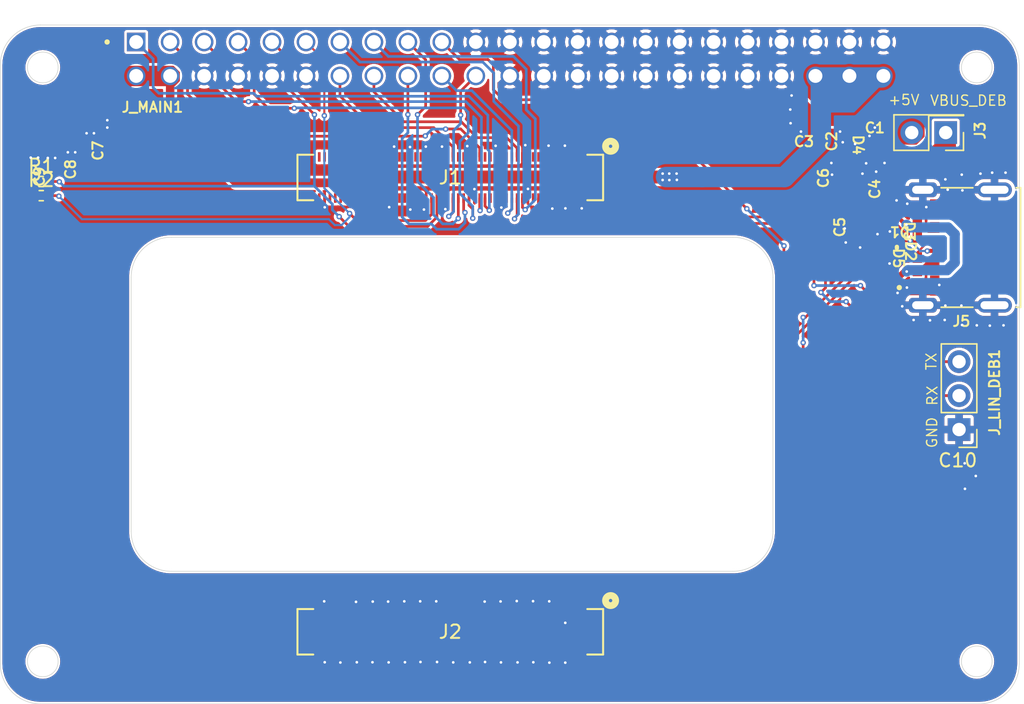
<source format=kicad_pcb>
(kicad_pcb (version 20240108) (generator "pcbnew") (generator_version "8.0")
  (layers (0 "F.Cu" signal) (31 "B.Cu" signal) (34 "B.Paste" user) (35 "F.Paste" user) (36 "B.SilkS" user "B.Silkscreen") (37 "F.SilkS" user "F.Silkscreen") (38 "B.Mask" user) (39 "F.Mask" user) (44 "Edge.Cuts" user))
  (net 0 "")
  (net 1 "GND")
  (net 2 "+5V")
  (net 6 "/I2C_EE_M2_SCL")
  (net 9 "/GPIOX_6")
  (net 10 "/GPIOA_1")
  (net 12 "/GPIOA_4")
  (net 13 "/GPIOA_3")
  (net 17 "+1V8")
  (net 19 "/LINUX_Debug_RX")
  (net 21 "/GPIOA_5")
  (net 24 "/LINUX_Debug_TX")
  (net 32 "/TDMA_D1")
  (net 33 "/GPIOA_7")
  (net 35 "/I2C_EE_M2_SDA")
  (net 37 "/TDMA_SCLK")
  (net 41 "/TDMA_D0")
  (net 44 "/GPIOA_2")
  (net 50 "/GPIOA_9")
  (net 56 "/GPIOA_6")
  (net 64 "/TDMA_FS")
  (net 68 "/CPU_RST")
  (net 73 "/GPIOX_7")
  (net 78 "/GPIOA_8")
  (net 92 "/USBOTG_B_DP")
  (net 94 "/USB3_TX_N")
  (net 95 "/USB3_RX_P")
  (net 104 "/USB_A_DP")
  (net 105 "/USBOTG_B_ID")
  (net 127 "/USB_A_DM")
  (net 129 "/USB3_TX_P")
  (net 131 "/USB3_RX_N")
  (net 135 "/USBOTG_B_DM")
  (net 146 "/VBUS_DEBUG")
  (footprint "Connector_PinHeader_2.54mm:PinHeader_1x03_P2.54mm_Vertical" (layer "F.Cu") (at 33.6 4.875 180)
    (property "Reference" "J_LIN_DEB1")
    (property "Value" "Conn_01x03")
  )
  (footprint "speaker_global_library:SOD-523" (layer "F.Cu") (at 28.95 -11.4 90)
    (property "Reference" "D1")
    (property "Value" "~")
  )
  (footprint "speaker_global_library:C_0402_1005Metric" (layer "F.Cu") (at 33.5 8.34)
    (property "Reference" "C10")
    (property "Value" "1nF")
  )
  (footprint "speaker_global_library:C_0402_1005Metric" (layer "F.Cu") (at -31.05 -19.075 -90)
    (property "Reference" "C7")
    (property "Value" "100nF")
  )
  (footprint "speaker_global_library:C_0402_1005Metric" (layer "F.Cu") (at 27.3 -18.975 -90)
    (property "Reference" "C1")
    (property "Value" "100nF")
  )
  (footprint "speaker_global_library:AMPHENOL_10152803-00011LF" (layer "F.Cu") (at 36.25 -8.75 90)
    (property "Reference" "J5")
    (property "Value" "10152803-00011LF")
  )
  (footprint "speaker_global_library:C_0805_2012Metric" (layer "F.Cu") (at 22.925 -18.625 180)
    (property "Reference" "C3")
    (property "Value" "22uF")
  )
  (footprint "speaker_global_library:CONN_DF40HC-100DS_HIR_v1_1" (layer "F.Cu") (at -4.45 -13.989999)
    (property "Reference" "J1")
    (property "Value" "~")
  )
  (footprint "speaker_global_library:C_0603_1608Metric" (layer "F.Cu") (at 25.775 -18.3 -90)
    (property "Reference" "C2")
    (property "Value" "1uF")
  )
  (footprint "speaker_global_library:SOD-523" (layer "F.Cu") (at 28.95 -6.15 -90)
    (property "Reference" "D5")
    (property "Value" "~")
  )
  (footprint "speaker_global_library:C_0603_1608Metric" (layer "F.Cu") (at -33 -17.725 -90)
    (property "Reference" "C8")
    (property "Value" "1uF")
  )
  (footprint "speaker_global_library:CONN_DF40HC-100DS_HIR_v1_1" (layer "F.Cu") (at -4.45 20.010001)
    (property "Reference" "J2")
    (property "Value" "	")
  )
  (footprint "Package_SON:Texas_DPY0002A_0.6x1mm_P0.65mm" (layer "F.Cu") (at 28.95 -9.6 90)
    (property "Reference" "D3")
    (property "Value" "~")
  )
  (footprint "speaker_global_library:C_0402_1005Metric" (layer "F.Cu") (at 27.5 -11 -90)
    (property "Reference" "C4")
    (property "Value" "100nF")
  )
  (footprint "Package_SON:Texas_DPY0002A_0.6x1mm_P0.65mm" (layer "F.Cu") (at 28.95 -7.9 -90)
    (property "Reference" "D2")
    (property "Value" "~")
  )
  (footprint "speaker_global_library:C_0805_2012Metric" (layer "F.Cu") (at 25.25 -14.1 90)
    (property "Reference" "C6")
    (property "Value" "22uF")
  )
  (footprint "Resistor_SMD:R_0402_1005Metric" (layer "F.Cu") (at -35.04 -12.63)
    (property "Reference" "R2")
    (property "Value" "4.7k")
  )
  (footprint "Resistor_SMD:R_0402_1005Metric" (layer "F.Cu") (at -35.04 -13.69)
    (property "Reference" "R1")
    (property "Value" "4.7k")
  )
  (footprint "speaker_global_library:C_0603_1608Metric" (layer "F.Cu") (at 26.15 -10.55 -90)
    (property "Reference" "C5")
    (property "Value" "1uF")
  )
  (footprint "Connector_PinHeader_2.54mm:PinHeader_2x01_P2.54mm_Vertical" (layer "F.Cu") (at 32.6 -17.35 180)
    (property "Reference" "J3")
    (property "Value" "Conn_01x02")
  )
  (footprint "speaker_global_library:SOD-523" (layer "F.Cu") (at 27.4 -15.425 -90)
    (property "Reference" "D4")
    (property "Value" "~")
  )
  (footprint "speaker_global_library:SAMTEC_SSW-123-01-T-D" (layer "F.Cu") (at 0 -22.86 180)
    (property "Reference" "J_MAIN1")
    (property "Value" "CONN_2x23PIN")
  )
  (footprint "speaker_global_library:C_0805_2012Metric" (layer "F.Cu") (at -35.2 -17.575 -90)
    (property "Reference" "C9")
    (property "Value" "22uF")
  )
  (gr_rect (start 28.309511 -5.916441) (end 31.6 -5.179783) (fill solid) (layer "F.Cu") (net 1))
  (gr_poly (pts (xy -9.81149 -15.01149) (xy -9.2 -14.4) (xy -10.1 -14.4) (xy -10.1 -14.55)) (fill solid) (layer "F.Cu") (net 2))
  (gr_poly (pts (xy -11.950569 -13.816808) (xy -11.555688 -13.421927) (xy -10.02056 -13.421927) (xy -9.749561 -13.692926) (xy -9.749561 -15.880608) (xy -9.968953 -16.1) (xy -11.766309 -16.1) (xy -11.950569 -15.91574)) (fill solid) (layer "F.Cu") (net 2))
  (gr_poly (pts (xy 21.85 -22.25) (xy 22.15 -22.55) (xy 28.45 -22.55) (xy 28.95 -22.05) (xy 28.95 -20.6) (xy 27.5 -19.15) (xy 23.1 -19.15) (xy 21.85 -20.4)) (fill solid) (layer "F.Cu") (net 2))
  (gr_poly (pts (xy 28.95 -22.05) (xy 31.025 -19.975) (xy 31.025 -17.05) (xy 30.425 -16.45) (xy 28.575 -16.45) (xy 27.725 -15.6) (xy 27.125 -15.6) (xy 26.95 -15.775) (xy 26.95 -16.1) (xy 27.825 -16.975) (xy 27.825 -21.525) (xy 28.35 -22.05)) (stroke (width 0.0001)) (fill solid) (layer "F.Cu") (net 2))
  (gr_poly (pts (xy -11.747553 -12.091806) (xy -11.747553 -13.204164) (xy -12.459767 -13.916378) (xy -13.716378 -13.916378) (xy -13.9 -13.91) (xy -13.9 -13.275075) (xy -13.891791 -13.266866) (xy -12.566866 -13.266866) (xy -12.350099 -13.050099) (xy -12.350099 -12.167306) (xy -12.27716 -12.094367) (xy -11.905633 -12.094367) (xy -11.9 -12.1) (xy -11.891806 -12.091806)) (fill solid) (layer "F.Cu") (net 17))
  (gr_poly (pts (xy 23.1 -19.15) (xy 23.1 -18.275) (xy 23.525 -17.85) (xy 24.4 -17.85) (xy 25.125 -18.575) (xy 26.125 -18.575) (xy 26.925 -19.375) (xy 23.325 -19.375)) (fill solid) (layer "F.Cu") (net 2))
  (gr_poly (pts (xy 24.3 -13.325) (xy 24.625 -13.65) (xy 29.403135 -13.65) (xy 28.3 -12.35) (xy 28.3 -11.65) (xy 28.7 -11.2) (xy 28.7 -10.9) (xy 28.6 -10.8) (xy 28.15 -10.8) (xy 27.75 -11.2) (xy 26.85 -11.2) (xy 26.5 -10.85) (xy 25.4 -10.85) (xy 24.3 -11.95)) (stroke (width 0.00001)) (fill solid) (layer "F.Cu") (net 146))
  (gr_poly (pts (xy -30.95 -19.875) (xy -28.475 -22.35) (xy -25.15 -22.35) (xy -24.675 -21.875) (xy -24.675 -21.2) (xy -25.05 -20.825) (xy -28.275 -20.825) (xy -29.825 -19.275) (xy -31.525 -19.275) (xy -32.075 -18.725) (xy -32.075 -18.6) (xy -32.675 -18) (xy -35.8 -18) (xy -36.05 -18.25) (xy -36.05 -19.4) (xy -35.575 -19.875)) (fill solid) (layer "F.Cu") (net 17))
  (gr_poly (pts (xy 27.6 -20.7) (xy 25.75 -18.85) (xy 23.25 -18.85) (xy 23.25 -20.25) (xy 23.9 -20.9) (xy 27.4 -20.9)) (fill solid) (layer "B.Cu") (net 2))
  (gr_circle (center 34.925 -22.225) (end 36.075 -22.225) (stroke (width 0.05)) (fill none) (layer "Edge.Cuts"))
  (gr_circle (center 34.925 22.225) (end 36.075 22.225) (stroke (width 0.05)) (fill none) (layer "Edge.Cuts"))
  (gr_circle (center -34.925 -22.225) (end -33.775 -22.225) (stroke (width 0.05)) (fill none) (layer "Edge.Cuts"))
  (gr_arc (start -35.1 25.4) (mid -37.22132 24.52132) (end -38.1 22.4) (stroke (width 0.05)) (layer "Edge.Cuts"))
  (gr_line (start 19.6834 -6.517099) (end 19.6834 12.482901) (stroke (width 0.05)) (layer "Edge.Cuts"))
  (gr_line (start 35.1 25.4) (end -35.1 25.4) (stroke (width 0.05)) (layer "Edge.Cuts"))
  (gr_arc (start -38.1 -22.4) (mid -37.22132 -24.52132) (end -35.1 -25.4) (stroke (width 0.05)) (layer "Edge.Cuts"))
  (gr_circle (center -34.925 22.225) (end -33.775 22.225) (stroke (width 0.05)) (fill none) (layer "Edge.Cuts"))
  (gr_line (start 16.6834 15.482901) (end -25.3166 15.482901) (stroke (width 0.05)) (layer "Edge.Cuts"))
  (gr_arc (start 38.1 22.4) (mid 37.22132 24.52132) (end 35.1 25.4) (stroke (width 0.05)) (layer "Edge.Cuts"))
  (gr_line (start -38.1 22.4) (end -38.1 -22.4) (stroke (width 0.05)) (layer "Edge.Cuts"))
  (gr_line (start -25.3166 -9.517099) (end 16.6834 -9.517099) (stroke (width 0.05)) (layer "Edge.Cuts"))
  (gr_line (start -35.1 -25.4) (end 35.1 -25.4) (stroke (width 0.05)) (layer "Edge.Cuts"))
  (gr_arc (start 19.6834 12.482901) (mid 18.80472 14.604221) (end 16.6834 15.482901) (stroke (width 0.05)) (layer "Edge.Cuts"))
  (gr_line (start -28.3166 12.482901) (end -28.3166 -6.517099) (stroke (width 0.05)) (layer "Edge.Cuts"))
  (gr_arc (start -25.3166 15.482901) (mid -27.43792 14.604221) (end -28.3166 12.482901) (stroke (width 0.05)) (layer "Edge.Cuts"))
  (gr_arc (start -28.3166 -6.517099) (mid -27.43792 -8.638419) (end -25.3166 -9.517099) (stroke (width 0.05)) (layer "Edge.Cuts"))
  (gr_arc (start 35.1 -25.4) (mid 37.22132 -24.52132) (end 38.1 -22.4) (stroke (width 0.05)) (layer "Edge.Cuts"))
  (gr_arc (start 16.6834 -9.517099) (mid 18.80472 -8.638419) (end 19.6834 -6.517099) (stroke (width 0.05)) (layer "Edge.Cuts"))
  (gr_line (start 38.1 -22.4) (end 38.1 22.4) (stroke (width 0.05)) (layer "Edge.Cuts"))
  (gr_text "+5V\n" (at 28.25 -19.35 0) (layer "F.SilkS") (effects (font (size 0.762 0.762) (thickness 0.1)) (justify left bottom)))
  (gr_text "VBUS_DEB\n" (at 31.375 -19.3 0) (layer "F.SilkS") (effects (font (size 0.762 0.762) (thickness 0.1)) (justify left bottom)))
  (gr_text "RX" (at 32.05 3.15 90) (layer "F.SilkS") (effects (font (size 0.762 0.762) (thickness 0.1)) (justify left bottom)))
  (gr_text "GND\n" (at 32.025 6.325 90) (layer "F.SilkS") (effects (font (size 0.762 0.762) (thickness 0.1)) (justify left bottom)))
  (gr_text "TX" (at 31.975 0.5 90) (layer "F.SilkS") (effects (font (size 0.762 0.762) (thickness 0.1)) (justify left bottom)))
  (segment (start 30.48 -11.75) (end 31.68 -11.75) (width 0.3048) (layer "F.Cu") (net 1))
  (segment (start 31.68 -5.75) (end 31.78 -5.65) (width 0.1524) (layer "F.Cu") (net 1))
  (segment (start -6.42 -11.59) (end -6.454016 -11.624016) (width 0.2) (layer "F.Cu") (net 1))
  (segment (start 31.68 -11.75) (end 31.78 -11.85) (width 0.1524) (layer "F.Cu") (net 1))
  (segment (start 30.48 -5.75) (end 31.68 -5.75) (width 0.3048) (layer "F.Cu") (net 1))
  (via (at 33.85 -13.025) (size 0.4) (drill 0.2) (layers "F.Cu" "B.Cu") (net 1))
  (via (at -35.825 -15.475) (size 0.4) (drill 0.2) (layers "F.Cu" "B.Cu") (net 1))
  (via (at 2.96 22.32) (size 0.4) (drill 0.2) (layers "F.Cu" "B.Cu") (net 1))
  (via (at -13.84 22.29) (size 0.4) (drill 0.2) (layers "F.Cu" "B.Cu") (net 1))
  (via (at 28.4 -7.55) (size 0.4) (drill 0.2) (layers "F.Cu" "B.Cu") (net 1))
  (via (at -5.5 17.73) (size 0.4) (drill 0.2) (layers "F.Cu" "B.Cu") (net 1))
  (via (at 27.5 -9.75) (size 0.4) (drill 0.2) (layers "F.Cu" "B.Cu") (net 1))
  (via (at 24.9 -16.625) (size 0.4) (drill 0.2) (layers "F.Cu" "B.Cu") (net 1))
  (via (at -0.63 -11.74) (size 0.4) (drill 0.2) (layers "F.Cu" "B.Cu") (net 1))
  (via (at 35.9 -2.9) (size 0.4) (drill 0.2) (layers "F.Cu" "B.Cu") (net 1))
  (via (at -31.65 -17.3) (size 0.4) (drill 0.2) (layers "F.Cu" "B.Cu") (net 1))
  (via (at 25.05 -10.175) (size 0.4) (drill 0.2) (layers "F.Cu" "B.Cu") (net 1))
  (via (at -13.84 -11.76) (size 0.4) (drill 0.2) (layers "F.Cu" "B.Cu") (net 1))
  (via (at 1.360173 -13.135443) (size 0.4) (drill 0.2) (layers "F.Cu" "B.Cu") (net 1))
  (via (at 1.16 -16.41) (size 0.4) (drill 0.2) (layers "F.Cu" "B.Cu") (net 1))
  (via (at -1.06 -16.36) (size 0.4) (drill 0.2) (layers "F.Cu" "B.Cu") (net 1))
  (via (at -30.1 -17.725) (size 0.4) (drill 0.2) (layers "F.Cu" "B.Cu") (net 1))
  (via (at -30.1 -18.275) (size 0.4) (drill 0.2) (layers "F.Cu" "B.Cu") (net 1))
  (via (at -9.02 -11.77) (size 0.4) (drill 0.2) (layers "F.Cu" "B.Cu") (net 1))
  (via (at 29.35 -4.35) (size 0.4) (drill 0.2) (layers "F.Cu" "B.Cu") (net 1))
  (via (at 31.15 -11.775) (size 0.4) (drill 0.2) (layers "F.Cu" "B.Cu") (net 1))
  (via (at 33.8 -14.2) (size 0.4) (drill 0.2) (layers "F.Cu" "B.Cu") (net 1))
  (via (at 4.15 19.34) (size 0.4) (drill 0.2) (layers "F.Cu" "B.Cu") (net 1))
  (via (at 25.825 -16.5) (size 0.4) (drill 0.2) (layers "F.Cu" "B.Cu") (net 1))
  (via (at 1.74 17.72) (size 0.4) (drill 0.2) (layers "F.Cu" "B.Cu") (net 1))
  (via (at -0.66 22.3) (size 0.4) (drill 0.2) (layers "F.Cu" "B.Cu") (net 1))
  (via (at 29.7 -5.75) (size 0.4) (drill 0.2) (layers "F.Cu" "B.Cu") (net 1))
  (via (at 26.65 -15.05) (size 0.4) (drill 0.2) (layers "F.Cu" "B.Cu") (net 1))
  (via (at -13.88 17.73) (size 0.4) (drill 0.2) (layers "F.Cu" "B.Cu") (net 1))
  (via (at -7.84 22.29) (size 0.4) (drill 0.2) (layers "F.Cu" "B.Cu") (net 1))
  (via (at 3.18 -11.66) (size 0.4) (drill 0.2) (layers "F.Cu" "B.Cu") (net 1))
  (via (at -12.67 22.31) (size 0.4) (drill 0.2) (layers "F.Cu" "B.Cu") (net 1))
  (via (at -4.23 22.3) (size 0.4) (drill 0.2) (layers "F.Cu" "B.Cu") (net 1))
  (via (at -10.25 17.75) (size 0.4) (drill 0.2) (layers "F.Cu" "B.Cu") (net 1))
  (via (at 36.075 -14.35) (size 0.4) (drill 0.2) (layers "F.Cu" "B.Cu") (net 1))
  (via (at 32.12 -5.947598) (size 0.4) (drill 0.2) (layers "F.Cu" "B.Cu") (net 1))
  (via (at -6.68 22.27) (size 0.4) (drill 0.2) (layers "F.Cu" "B.Cu") (net 1))
  (via (at 26.2 -8.75) (size 0.4) (drill 0.2) (layers "F.Cu" "B.Cu") (net 1))
  (via (at 0.52 17.71) (size 0.4) (drill 0.2) (layers "F.Cu" "B.Cu") (net 1))
  (via (at 26.375 -14.275) (size 0.4) (drill 0.2) (layers "F.Cu" "B.Cu") (net 1))
  (via (at 32.525 -3.325) (size 0.4) (drill 0.2) (layers "F.Cu" "B.Cu") (net 1))
  (via (at 24.1 -14.2) (size 0.4) (drill 0.2) (layers "F.Cu" "B.Cu") (net 1))
  (via (at 21 -18.05) (size 0.4) (drill 0.2) (layers "F.Cu" "B.Cu") (net 1))
  (via (at 35.2 -14.275) (size 0.4) (drill 0.2) (layers "F.Cu" "B.Cu") (net 1))
  (via (at -7.89 17.73) (size 0.4) (drill 0.2) (layers "F.Cu" "B.Cu") (net 1))
  (via (at -31.1 -17.3) (size 0.4) (drill 0.2) (layers "F.Cu" "B.Cu") (net 1))
  (via (at 29 -5.35) (size 0.4) (drill 0.2) (layers "F.Cu" "B.Cu") (net 1))
  (via (at 21.075 -20.125) (size 0.4) (drill 0.2) (layers "F.Cu" "B.Cu") (net 1))
  (via (at 36.925 -2.925) (size 0.4) (drill 0.2) (layers "F.Cu" "B.Cu") (net 1))
  (via (at 28.025 -15.075) (size 0.4) (drill 0.2) (layers "F.Cu" "B.Cu") (net 1))
  (via (at 24.7 -17.425) (size 0.4) (drill 0.2) (layers "F.Cu" "B.Cu") (net 1))
  (via (at -0.69 17.74) (size 0.4) (drill 0.2) (layers "F.Cu" "B.Cu") (net 1))
  (via (at 32.575 -4.4) (size 0.4) (drill 0.2) (layers "F.Cu" "B.Cu") (net 1))
  (via (at 32.575 -13.85) (size 0.4) (drill 0.2) (layers "F.Cu" "B.Cu") (net 1))
  (via (at -6.28 -16.3) (size 0.4) (drill 0.2) (layers "F.Cu" "B.Cu") (net 1))
  (via (at 5.38 -11.68) (size 0.4) (drill 0.2) (layers "F.Cu" "B.Cu") (net 1))
  (via (at -7.44 -11.59) (size 0.4) (drill 0.2) (layers "F.Cu" "B.Cu") (net 1))
  (via (at 24.05 -15.075) (size 0.4) (drill 0.2) (layers "F.Cu" "B.Cu") (net 1))
  (via (at 28.925 -12.275) (size 0.4) (drill 0.2) (layers "F.Cu" "B.Cu") (net 1))
  (via (at 2.9 -16.37) (size 0.4) (drill 0.2) (layers "F.Cu" "B.Cu") (net 1))
  (via (at -11.44 22.29) (size 0.4) (drill 0.2) (layers "F.Cu" "B.Cu") (net 1))
  (via (at 33.825 -2.95) (size 0.4) (drill 0.2) (layers "F.Cu" "B.Cu") (net 1))
  (via (at 28.425 -9.95) (size 0.4) (drill 0.2) (layers "F.Cu" "B.Cu") (net 1))
  (via (at 34.04 9.31) (size 0.4) (drill 0.2) (layers "F.Cu" "B.Cu") (net 1))
  (via (at 37.075 -14.35) (size 0.4) (drill 0.2) (layers "F.Cu" "B.Cu") (net 1))
  (via (at -34.55 -15.45) (size 0.4) (drill 0.2) (layers "F.Cu" "B.Cu") (net 1))
  (via (at -6.42 -11.59) (size 0.4) (drill 0.2) (layers "F.Cu" "B.Cu") (net 1))
  (via (at 34.85 8.35) (size 0.4) (drill 0.2) (layers "F.Cu" "B.Cu") (net 1))
  (via (at 0.58 22.3) (size 0.4) (drill 0.2) (layers "F.Cu" "B.Cu") (net 1))
  (via (at 34.925 -2.925) (size 0.4) (drill 0.2) (layers "F.Cu" "B.Cu") (net 1))
  (via (at 27.4 -14.425) (size 0.4) (drill 0.2) (layers "F.Cu" "B.Cu") (net 1))
  (via (at -33.05 -15.875) (size 0.4) (drill 0.2) (layers "F.Cu" "B.Cu") (net 1))
  (via (at 31.425 -3.3) (size 0.4) (drill 0.2) (layers "F.Cu" "B.Cu") (net 1))
  (via (at 2.95 17.73) (size 0.4) (drill 0.2) (layers "F.Cu" "B.Cu") (net 1))
  (via (at -34 -15.45) (size 0.4) (drill 0.2) (layers "F.Cu" "B.Cu") (net 1))
  (via (at -32.5 -15.875) (size 0.4) (drill 0.2) (layers "F.Cu" "B.Cu") (net 1))
  (via (at -6.7 17.73) (size 0.4) (drill 0.2) (layers "F.Cu" "B.Cu") (net 1))
  (via (at -35.275 -15.475) (size 0.4) (drill 0.2) (layers "F.Cu" "B.Cu") (net 1))
  (via (at -9.06 22.3) (size 0.4) (drill 0.2) (layers "F.Cu" "B.Cu") (net 1))
  (via (at -2.645024 -13.118507) (size 0.4) (drill 0.2) (layers "F.Cu" "B.Cu") (net 1))
  (via (at 32.75 -13.075) (size 0.4) (drill 0.2) (layers "F.Cu" "B.Cu") (net 1))
  (via (at 25.125 -9.125) (size 0.4) (drill 0.2) (layers "F.Cu" "B.Cu") (net 1))
  (via (at 21.775 -17.425) (size 0.4) (drill 0.2) (layers "F.Cu" "B.Cu") (net 1))
  (via (at -4.82 -11.62) (size 0.4) (drill 0.2) (layers "F.Cu" "B.Cu") (net 1))
  (via (at 29.725 -12.025) (size 0.4) (drill 0.2) (layers "F.Cu" "B.Cu") (net 1))
  (via (at -11.5 17.77) (size 0.4) (drill 0.2) (layers "F.Cu" "B.Cu") (net 1))
  (via (at 30.2 -3.325) (size 0.4) (drill 0.2) (layers "F.Cu" "B.Cu") (net 1))
  (via (at -3.18 -16.34) (size 0.4) (drill 0.2) (layers "F.Cu" "B.Cu") (net 1))
  (via (at 20.975 -19.075) (size 0.4) (drill 0.2) (layers "F.Cu" "B.Cu") (net 1))
  (via (at -9.1 17.75) (size 0.4) (drill 0.2) (layers "F.Cu" "B.Cu") (net 1))
  (via (at -2.99 22.3) (size 0.4) (drill 0.2) (layers "F.Cu" "B.Cu") (net 1))
  (via (at 27.3 -17.725) (size 0.4) (drill 0.2) (layers "F.Cu" "B.Cu") (net 1))
  (via (at -1.88 17.75) (size 0.4) (drill 0.2) (layers "F.Cu" "B.Cu") (net 1))
  (via (at 4.15 22.32) (size 0.4) (drill 0.2) (layers "F.Cu" "B.Cu") (net 1))
  (via (at 33.775 -4.4) (size 0.4) (drill 0.2) (layers "F.Cu" "B.Cu") (net 1))
  (via (at 4.16 -11.68) (size 0.4) (drill 0.2) (layers "F.Cu" "B.Cu") (net 1))
  (via (at -7.46 -16.27) (size 0.4) (drill 0.2) (layers "F.Cu" "B.Cu") (net 1))
  (via (at 1.76 22.29) (size 0.4) (drill 0.2) (layers "F.Cu" "B.Cu") (net 1))
  (via (at 26.9 -17.1) (size 0.4) (drill 0.2) (layers "F.Cu" "B.Cu") (net 1))
  (via (at -5.07 -16.3) (size 0.4) (drill 0.2) (layers "F.Cu" "B.Cu") (net 1))
  (via (at -5.44 22.27) (size 0.4) (drill 0.2) (layers "F.Cu" "B.Cu") (net 1))
  (via (at -10.27 22.29) (size 0.4) (drill 0.2) (layers "F.Cu" "B.Cu") (net 1))
  (via (at 4.12 -16.37) (size 0.4) (drill 0.2) (layers "F.Cu" "B.Cu") (net 1))
  (via (at 34.02 7.4) (size 0.4) (drill 0.2) (layers "F.Cu" "B.Cu") (net 1))
  (via (at -1.85 22.27) (size 0.4) (drill 0.2) (layers "F.Cu" "B.Cu") (net 1))
  (via (at -8.65 -16.3) (size 0.4) (drill 0.2) (layers "F.Cu" "B.Cu") (net 1))
  (segment (start -11.376296 -14.025) (end 12.565 -14.025) (width 0.9652) (layer "F.Cu") (net 2))
  (segment (start 27.94 -21.59) (end 22.86 -21.59) (width 1.524) (layer "F.Cu") (net 2))
  (segment (start 12.565 -14.025) (end 12.57 -14.02) (width 0.9652) (layer "F.Cu") (net 2))
  (segment (start -11.39123 -14.010066) (end -11.376296 -14.025) (width 0.9652) (layer "F.Cu") (net 2))
  (segment (start 26.435 -20.555) (end 25.4 -21.59) (width 1.524) (layer "F.Cu") (net 2))
  (via (at 11.924996 -14.28) (size 0.4) (drill 0.2) (layers "F.Cu" "B.Cu") (net 2))
  (via (at 11.43 -14.28) (size 0.4) (drill 0.2) (layers "F.Cu" "B.Cu") (net 2))
  (via (at 11.43 -13.801503) (size 0.4) (drill 0.2) (layers "F.Cu" "B.Cu") (net 2))
  (via (at 11.933246 -13.797378) (size 0.4) (drill 0.2) (layers "F.Cu" "B.Cu") (net 2))
  (via (at 12.473617 -14.28) (size 0.4) (drill 0.2) (layers "F.Cu" "B.Cu") (net 2))
  (via (at 12.494242 -13.809753) (size 0.4) (drill 0.2) (layers "F.Cu" "B.Cu") (net 2))
  (segment (start 20.55 -14.025) (end 23.275 -16.75) (width 1.524) (layer "B.Cu") (net 2))
  (segment (start 27.825 -21.475) (end 27.94 -21.59) (width 0.889) (layer "B.Cu") (net 2))
  (segment (start 23.263 -21.187) (end 22.975 -21.475) (width 1.524) (layer "B.Cu") (net 2))
  (segment (start 23.275 -16.856683) (end 23.263 -16.868683) (width 1.524) (layer "B.Cu") (net 2))
  (segment (start 23.275 -16.75) (end 23.275 -16.856683) (width 1.524) (layer "B.Cu") (net 2))
  (segment (start 22.975 -21.475) (end 22.86 -21.59) (width 0.889) (layer "B.Cu") (net 2))
  (segment (start 14.38 -14.025) (end 11.685 -14.025) (width 1.524) (layer "B.Cu") (net 2))
  (segment (start 22.975 -21.475) (end 27.825 -21.475) (width 1.524) (layer "B.Cu") (net 2))
  (segment (start 14.38 -14.025) (end 20.55 -14.025) (width 1.524) (layer "B.Cu") (net 2))
  (segment (start 23.263 -16.868683) (end 23.263 -21.187) (width 1.524) (layer "B.Cu") (net 2))
  (segment (start -6.14 -10.33) (end -12.03 -10.33) (width 0.2) (layer "F.Cu") (net 6))
  (segment (start -5.450001 -11.019999) (end -6.14 -10.33) (width 0.2) (layer "F.Cu") (net 6))
  (segment (start -34.53 -13.69) (end -33.706023 -13.69) (width 0.2) (layer "F.Cu") (net 6))
  (segment (start -5.450001 -12.45) (end -5.450001 -11.019999) (width 0.2) (layer "F.Cu") (net 6))
  (segment (start -33.706023 -13.69) (end -33.684872 -13.668849) (width 0.2) (layer "F.Cu") (net 6))
  (segment (start -16.48 -20.56) (end -16.48 -22.83) (width 0.2) (layer "F.Cu") (net 6))
  (segment (start -16.48 -22.83) (end -17.78 -24.13) (width 0.2) (layer "F.Cu") (net 6))
  (segment (start -12.03 -10.33) (end -12.76 -11.06) (width 0.2) (layer "F.Cu") (net 6))
  (segment (start -14.61 -18.69) (end -16.48 -20.56) (width 0.2) (layer "F.Cu") (net 6))
  (via (at -14.61 -18.69) (size 0.4) (drill 0.2) (layers "F.Cu" "B.Cu") (net 6))
  (via (at -12.76 -11.06) (size 0.4) (drill 0.2) (layers "F.Cu" "B.Cu") (net 6))
  (via (at -33.684872 -13.668849) (size 0.4) (drill 0.2) (layers "F.Cu" "B.Cu") (net 6))
  (segment (start -12.76 -11.06) (end -13.27 -11.57) (width 0.2) (layer "B.Cu") (net 6))
  (segment (start -13.27 -11.85) (end -13.27 -12) (width 0.2) (layer "B.Cu") (net 6))
  (segment (start -13.27 -12) (end -13.6 -12.33) (width 0.2) (layer "B.Cu") (net 6))
  (segment (start -14.61 -18.79) (end -14.61 -18.69) (width 0.2) (layer "B.Cu") (net 6))
  (segment (start -14.61 -13.34) (end -14.61 -18.69) (width 0.2) (layer "B.Cu") (net 6))
  (segment (start -14.61 -13.34) (end -33.356023 -13.34) (width 0.2) (layer "B.Cu") (net 6))
  (segment (start -33.356023 -13.34) (end -33.684872 -13.668849) (width 0.2) (layer "B.Cu") (net 6))
  (segment (start -13.27 -11.57) (end -13.27 -11.85) (width 0.2) (layer "B.Cu") (net 6))
  (segment (start -13.6 -12.33) (end -14.61 -13.34) (width 0.2) (layer "B.Cu") (net 6))
  (segment (start -5.69 -17.72) (end -10.33 -17.72) (width 0.2) (layer "F.Cu") (net 10))
  (segment (start -4.25 -16.28) (end -5.69 -17.72) (width 0.2) (layer "F.Cu") (net 10))
  (segment (start -12.7 -20.09) (end -12.7 -21.59) (width 0.2) (layer "F.Cu") (net 10))
  (segment (start -10.33 -17.72) (end -12.7 -20.09) (width 0.2) (layer "F.Cu") (net 10))
  (segment (start -4.25 -15.529998) (end -4.25 -16.28) (width 0.2) (layer "F.Cu") (net 10))
  (segment (start -12.7 -21.59) (end -12.7 -21.5) (width 0.1524) (layer "B.Cu") (net 10))
  (segment (start -12.7 -21.5) (end -12.725 -21.475) (width 0.1524) (layer "B.Cu") (net 10))
  (segment (start 0.949999 -11.750001) (end 1.12 -11.58) (width 0.2) (layer "F.Cu") (net 12))
  (segment (start 1.12 -11.58) (end 1.149998 -11.58) (width 0.2) (layer "F.Cu") (net 12))
  (segment (start 0.949999 -12.45) (end 0.949999 -11.750001) (width 0.2) (layer "F.Cu") (net 12))
  (via (at 1.149998 -11.58) (size 0.4) (drill 0.2) (layers "F.Cu" "B.Cu") (net 12))
  (segment (start 1.149998 -11.58) (end 1.15 -11.58) (width 0.2) (layer "B.Cu") (net 12))
  (segment (start 1.23 -22.09) (end 0.27 -23.05) (width 0.2) (layer "B.Cu") (net 12))
  (segment (start 0.27 -23.05) (end -9.08 -23.05) (width 0.2) (layer "B.Cu") (net 12))
  (segment (start 1.91 -18.37) (end 1.23 -19.05) (width 0.2) (layer "B.Cu") (net 12))
  (segment (start 1.91 -12.34) (end 1.91 -18.37) (width 0.2) (layer "B.Cu") (net 12))
  (segment (start 1.23 -19.05) (end 1.23 -22.09) (width 0.2) (layer "B.Cu") (net 12))
  (segment (start 1.15 -11.58) (end 1.91 -12.34) (width 0.2) (layer "B.Cu") (net 12))
  (segment (start -9.08 -23.05) (end -10.16 -24.13) (width 0.2) (layer "B.Cu") (net 12))
  (segment (start -0.234404 -16.97) (end -2.44 -16.97) (width 0.2) (layer "F.Cu") (net 13))
  (segment (start 0.55 -15.529998) (end 0.55 -16.185596) (width 0.2) (layer "F.Cu") (net 13))
  (segment (start -10.16 -20.4) (end -10.16 -21.59) (width 0.2) (layer "F.Cu") (net 13))
  (segment (start 0.55 -16.185596) (end -0.234404 -16.97) (width 0.2) (layer "F.Cu") (net 13))
  (segment (start -3.63 -18.16) (end -7.92 -18.16) (width 0.2) (layer "F.Cu") (net 13))
  (segment (start -7.92 -18.16) (end -10.16 -20.4) (width 0.2) (layer "F.Cu") (net 13))
  (segment (start -2.44 -16.97) (end -3.63 -18.16) (width 0.2) (layer "F.Cu") (net 13))
  (segment (start -36.08 -13.69) (end -36.7 -14.31) (width 0.3048) (layer "F.Cu") (net 17))
  (segment (start -25.4 -21.59) (end -25.4 -18.525) (width 0.635) (layer "F.Cu") (net 17))
  (segment (start -35.55 -13.69) (end -36.08 -13.69) (width 0.3048) (layer "F.Cu") (net 17))
  (segment (start -36.7 -18.532821) (end -35.927178 -19.305643) (width 0.3048) (layer "F.Cu") (net 17))
  (segment (start -35.55 -12.63) (end -35.55 -13.69) (width 0.4572) (layer "F.Cu") (net 17))
  (segment (start -36.7 -14.31) (end -36.7 -18.532821) (width 0.3048) (layer "F.Cu") (net 17))
  (segment (start -25.4 -18.525) (end -20.463083 -13.588083) (width 0.635) (layer "F.Cu") (net 17))
  (segment (start -25.4 -21.59) (end -27.94 -21.59) (width 1.27) (layer "F.Cu") (net 17))
  (segment (start -20.463083 -13.588083) (end -13.862956 -13.588083) (width 0.6604) (layer "F.Cu") (net 17))
  (segment (start 2.663101 -11.416899) (end 3.04 -11.04) (width 0.2) (layer "F.Cu") (net 19))
  (segment (start 3.04 -11.04) (end 5.86 -11.04) (width 0.2) (layer "F.Cu") (net 19))
  (segment (start 2.549999 -12.45) (end 2.549999 -11.530001) (width 0.2) (layer "F.Cu") (net 19))
  (segment (start 23.61 -9.21) (end 23.61 -6.87) (width 0.2) (layer "F.Cu") (net 19))
  (segment (start 5.86 -11.04) (end 21.78 -11.04) (width 0.2) (layer "F.Cu") (net 19))
  (segment (start 3 -11.08) (end 2.663101 -11.416899) (width 0.2) (layer "F.Cu") (net 19))
  (segment (start 25.15 -4.7) (end 32.185 2.335) (width 0.2032) (layer "F.Cu") (net 19))
  (segment (start 32.185 2.335) (end 33.6 2.335) (width 0.2032) (layer "F.Cu") (net 19))
  (segment (start 2.549999 -11.530001) (end 3 -11.08) (width 0.2) (layer "F.Cu") (net 19))
  (segment (start 21.78 -11.04) (end 23.61 -9.21) (width 0.2) (layer "F.Cu") (net 19))
  (segment (start 23.61 -6.87) (end 23.61 -5.73) (width 0.2) (layer "F.Cu") (net 19))
  (segment (start 23.61 -5.73) (end 23.27 -5.39) (width 0.2) (layer "F.Cu") (net 19))
  (via (at 23.27 -5.39) (size 0.4) (drill 0.2) (layers "F.Cu" "B.Cu") (net 19))
  (via (at 25.15 -4.7) (size 0.4) (drill 0.2) (layers "F.Cu" "B.Cu") (net 19))
  (segment (start 23.27 -5.39) (end 23.96 -4.7) (width 0.2032) (layer "B.Cu") (net 19))
  (segment (start 23.96 -4.7) (end 25.15 -4.7) (width 0.2032) (layer "B.Cu") (net 19))
  (segment (start -3.449999 -11.467897) (end -3.449999 -12.45) (width 0.2) (layer "F.Cu") (net 21))
  (segment (start -7.62 -21.59) (end -7.62 -18.7) (width 0.2) (layer "F.Cu") (net 21))
  (segment (start -3.350001 -11.367899) (end -3.449999 -11.467897) (width 0.2) (layer "F.Cu") (net 21))
  (via (at -7.62 -18.7) (size 0.4) (drill 0.2) (layers "F.Cu" "B.Cu") (net 21))
  (via (at -3.350001 -11.367899) (size 0.4) (drill 0.2) (layers "F.Cu" "B.Cu") (net 21))
  (segment (start -3.350001 -10.599999) (end -3.350001 -11.367899) (width 0.2) (layer "B.Cu") (net 21))
  (segment (start -3.83 -10.12) (end -3.350001 -10.599999) (width 0.2) (layer "B.Cu") (net 21))
  (segment (start -7.62 -18.7) (end -7.62 -17.34) (width 0.2) (layer "B.Cu") (net 21))
  (segment (start -7.53 -10.51) (end -5.86 -10.51) (width 0.2) (layer "B.Cu") (net 21))
  (segment (start -5.86 -10.51) (end -5.47 -10.12) (width 0.2) (layer "B.Cu") (net 21))
  (segment (start -5.47 -10.12) (end -3.83 -10.12) (width 0.2) (layer "B.Cu") (net 21))
  (segment (start -7.62 -17.34) (end -8.05 -16.91) (width 0.2) (layer "B.Cu") (net 21))
  (segment (start -8.05 -16.91) (end -8.05 -11.03) (width 0.2) (layer "B.Cu") (net 21))
  (segment (start -8.05 -11.03) (end -7.53 -10.51) (width 0.2) (layer "B.Cu") (net 21))
  (segment (start 2.149999 -12.45) (end 2.149999 -11.190001) (width 0.2) (layer "F.Cu") (net 24))
  (segment (start 31.92 -0.205) (end 33.6 -0.205) (width 0.2032) (layer "F.Cu") (net 24))
  (segment (start 2.79 -10.55) (end 21.29 -10.55) (width 0.2) (layer "F.Cu") (net 24))
  (segment (start 22.75 -9.09) (end 22.75 -5.9) (width 0.2) (layer "F.Cu") (net 24))
  (segment (start 21.29 -10.55) (end 22.75 -9.09) (width 0.2) (layer "F.Cu") (net 24))
  (segment (start 26.225 -5.9) (end 31.92 -0.205) (width 0.2032) (layer "F.Cu") (net 24))
  (segment (start 2.149999 -11.190001) (end 2.79 -10.55) (width 0.2) (layer "F.Cu") (net 24))
  (via (at 26.225 -5.9) (size 0.4) (drill 0.2) (layers "F.Cu" "B.Cu") (net 24))
  (via (at 22.75 -5.9) (size 0.4) (drill 0.2) (layers "F.Cu" "B.Cu") (net 24))
  (segment (start 22.75 -5.9) (end 26.225 -5.9) (width 0.2032) (layer "B.Cu") (net 24))
  (segment (start -19.115 -22.925) (end -19.115 -20.215) (width 0.2) (layer "F.Cu") (net 32))
  (segment (start -19.115 -20.215) (end -18.07 -19.17) (width 0.2) (layer "F.Cu") (net 32))
  (segment (start -2.77 -11.63) (end -2.77 -10.94) (width 0.2) (layer "F.Cu") (net 32))
  (segment (start -20.32 -24.13) (end -19.115 -22.925) (width 0.2032) (layer "F.Cu") (net 32))
  (segment (start -18.07 -19.17) (end -16.12 -19.17) (width 0.2) (layer "F.Cu") (net 32))
  (segment (start -2.98 -11.84) (end -2.77 -11.63) (width 0.2) (layer "F.Cu") (net 32))
  (segment (start -3.05 -12.45) (end -3.05 -11.91) (width 0.2) (layer "F.Cu") (net 32))
  (segment (start -3.05 -11.91) (end -2.98 -11.84) (width 0.2) (layer "F.Cu") (net 32))
  (via (at -2.77 -10.94) (size 0.4) (drill 0.2) (layers "F.Cu" "B.Cu") (net 32))
  (via (at -16.12 -19.17) (size 0.4) (drill 0.2) (layers "F.Cu" "B.Cu") (net 32))
  (segment (start -3.74 -12.8) (end -2.77 -11.83) (width 0.2) (layer "B.Cu") (net 32))
  (segment (start -2.77 -11.83) (end -2.77 -10.94) (width 0.2) (layer "B.Cu") (net 32))
  (segment (start -3.74 -16.7) (end -3.74 -12.8) (width 0.2) (layer "B.Cu") (net 32))
  (segment (start -3.11 -18.87) (end -3.11 -17.33) (width 0.2) (layer "B.Cu") (net 32))
  (segment (start -3.11 -17.33) (end -3.74 -16.7) (width 0.2) (layer "B.Cu") (net 32))
  (segment (start -16.12 -19.17) (end -16.09 -19.2) (width 0.2) (layer "B.Cu") (net 32))
  (segment (start -3.44 -19.2) (end -3.11 -18.87) (width 0.2) (layer "B.Cu") (net 32))
  (segment (start -16.09 -19.2) (end -3.44 -19.2) (width 0.2) (layer "B.Cu") (net 32))
  (segment (start 0.149998 -11.619998) (end -0.15 -11.32) (width 0.2) (layer "F.Cu") (net 33))
  (segment (start 0.149998 -12.45) (end 0.149998 -11.619998) (width 0.2) (layer "F.Cu") (net 33))
  (via (at -0.15 -11.32) (size 0.4) (drill 0.2) (layers "F.Cu" "B.Cu") (net 33))
  (segment (start -2.84 -20.49) (end -3.98 -20.49) (width 0.2) (layer "B.Cu") (net 33))
  (segment (start -0.15 -11.32) (end 0.149998 -11.619998) (width 0.2) (layer "B.Cu") (net 33))
  (segment (start -3.98 -20.49) (end -5.08 -21.59) (width 0.2) (layer "B.Cu") (net 33))
  (segment (start 0.149998 -11.619998) (end 0.149998 -17.500002) (width 0.2) (layer "B.Cu") (net 33))
  (segment (start 0.149998 -17.500002) (end -2.84 -20.49) (width 0.2) (layer "B.Cu") (net 33))
  (segment (start -11.9738 -11.2938) (end -11.45 -10.77) (width 0.2032) (layer "F.Cu") (net 35))
  (segment (start -5.85 -11.23) (end -6.032751 -11.047249) (width 0.2) (layer "F.Cu") (net 35))
  (segment (start -33.76 -12.63) (end -33.72 -12.59) (width 0.2) (layer "F.Cu") (net 35))
  (segment (start -11.98 -11.3) (end -11.9738 -11.2938) (width 0.1524) (layer "F.Cu") (net 35))
  (segment (start -34.53 -12.63) (end -33.76 -12.63) (width 0.2) (layer "F.Cu") (net 35))
  (segment (start -5.85 -12.45) (end -5.85 -11.23) (width 0.2) (layer "F.Cu") (net 35))
  (segment (start -13.8726 -22.7626) (end -15.24 -24.13) (width 0.1524) (layer "F.Cu") (net 35))
  (segment (start -13.87 -18.62) (end -13.87 -21.245) (width 0.1524) (layer "F.Cu") (net 35))
  (segment (start -13.87 -21.245) (end -13.8726 -21.2476) (width 0.1524) (layer "F.Cu") (net 35))
  (segment (start -11.45 -10.77) (end -6.31 -10.77) (width 0.2032) (layer "F.Cu") (net 35))
  (segment (start -13.8726 -21.2476) (end -13.8726 -22.7626) (width 0.1524) (layer "F.Cu") (net 35))
  (segment (start -6.31 -10.77) (end -6.032751 -11.047249) (width 0.2032) (layer "F.Cu") (net 35))
  (via (at -11.98 -11.3) (size 0.4) (drill 0.2) (layers "F.Cu" "B.Cu") (net 35))
  (via (at -13.87 -18.62) (size 0.4) (drill 0.2) (layers "F.Cu" "B.Cu") (net 35))
  (via (at -33.72 -12.59) (size 0.4) (drill 0.2) (layers "F.Cu" "B.Cu") (net 35))
  (segment (start -11.98 -11.03) (end -12.58 -10.43) (width 0.1524) (layer "B.Cu") (net 35))
  (segment (start -32 -10.87) (end -33.72 -12.59) (width 0.1524) (layer "B.Cu") (net 35))
  (segment (start -13.87 -18.62) (end -13.87 -13.19) (width 0.1524) (layer "B.Cu") (net 35))
  (segment (start -12.58 -10.43) (end -13.09 -10.43) (width 0.1524) (layer "B.Cu") (net 35))
  (segment (start -13.09 -10.43) (end -13.53 -10.87) (width 0.1524) (layer "B.Cu") (net 35))
  (segment (start -13.53 -10.87) (end -32 -10.87) (width 0.1524) (layer "B.Cu") (net 35))
  (segment (start -11.98 -11.3) (end -11.98 -11.03) (width 0.1524) (layer "B.Cu") (net 35))
  (segment (start -13.87 -13.19) (end -11.98 -11.3) (width 0.1524) (layer "B.Cu") (net 35))
  (segment (start -1.53 -11.53) (end -1.53 -11.531434) (width 0.2) (layer "F.Cu") (net 37))
  (segment (start -1.85 -11.851434) (end -1.53 -11.531434) (width 0.2) (layer "F.Cu") (net 37))
  (segment (start -1.85 -12.45) (end -1.85 -11.851434) (width 0.2) (layer "F.Cu") (net 37))
  (via (at -1.53 -11.531434) (size 0.4) (drill 0.2) (layers "F.Cu" "B.Cu") (net 37))
  (segment (start -19.15 -20.29) (end -18.93 -20.07) (width 0.2) (layer "B.Cu") (net 37))
  (segment (start -1.64 -18.65) (end -1.64 -16.08) (width 0.2) (layer "B.Cu") (net 37))
  (segment (start -26.67 -22.86) (end -26.67 -20.72) (width 0.2) (layer "B.Cu") (net 37))
  (segment (start -27.94 -24.13) (end -26.67 -22.86) (width 0.2) (layer "B.Cu") (net 37))
  (segment (start -1.64 -16.08) (end -1.53 -15.97) (width 0.2) (layer "B.Cu") (net 37))
  (segment (start -26.24 -20.29) (end -19.15 -20.29) (width 0.2) (layer "B.Cu") (net 37))
  (segment (start -18.93 -20.07) (end -3.06 -20.07) (width 0.2) (layer "B.Cu") (net 37))
  (segment (start -3.06 -20.07) (end -1.64 -18.65) (width 0.2) (layer "B.Cu") (net 37))
  (segment (start -26.67 -20.72) (end -26.24 -20.29) (width 0.2) (layer "B.Cu") (net 37))
  (segment (start -1.53 -15.97) (end -1.53 -11.531434) (width 0.2) (layer "B.Cu") (net 37))
  (segment (start -2.249999 -11.544326) (end -2.249999 -12.45) (width 0.2) (layer "F.Cu") (net 41))
  (segment (start -21.61 -22.88) (end -22.86 -24.13) (width 0.2) (layer "F.Cu") (net 41))
  (segment (start -2.222633 -11.51696) (end -2.249999 -11.544326) (width 0.2) (layer "F.Cu") (net 41))
  (segment (start -20.45 -19.67) (end -21.61 -20.83) (width 0.2) (layer "F.Cu") (net 41))
  (segment (start -19.54 -19.67) (end -20.45 -19.67) (width 0.2) (layer "F.Cu") (net 41))
  (segment (start -21.61 -20.83) (end -21.61 -22.88) (width 0.2) (layer "F.Cu") (net 41))
  (via (at -2.222633 -11.51696) (size 0.4) (drill 0.2) (layers "F.Cu" "B.Cu") (net 41))
  (via (at -19.54 -19.67) (size 0.4) (drill 0.2) (layers "F.Cu" "B.Cu") (net 41))
  (segment (start -2.12 -11.619593) (end -2.222633 -11.51696) (width 0.2) (layer "B.Cu") (net 41))
  (segment (start -19.54 -19.67) (end -3.29 -19.67) (width 0.2) (layer "B.Cu") (net 41))
  (segment (start -2.12 -18.5) (end -2.12 -11.619593) (width 0.2) (layer "B.Cu") (net 41))
  (segment (start -3.29 -19.67) (end -2.12 -18.5) (width 0.2) (layer "B.Cu") (net 41))
  (segment (start 0.55 -11.152897) (end 0.55 -12.45) (width 0.2) (layer "F.Cu") (net 44))
  (segment (start 0.355046 -10.896124) (end 0.355046 -10.957943) (width 0.2) (layer "F.Cu") (net 44))
  (segment (start 0.355046 -10.957943) (end 0.55 -11.152897) (width 0.2) (layer "F.Cu") (net 44))
  (via (at 0.355046 -10.896124) (size 0.4) (drill 0.2) (layers "F.Cu" "B.Cu") (net 44))
  (segment (start -1.2 -19.69) (end -1.2 -21.81) (width 0.2) (layer "B.Cu") (net 44))
  (segment (start -11.2 -22.63) (end -12.7 -24.13) (width 0.2) (layer "B.Cu") (net 44))
  (segment (start 0.355046 -10.896124) (end 0.355046 -10.957943) (width 0.2) (layer "B.Cu") (net 44))
  (segment (start -1.2 -21.81) (end -2.02 -22.63) (width 0.2) (layer "B.Cu") (net 44))
  (segment (start 0.649998 -11.252895) (end 0.649998 -17.840002) (width 0.2) (layer "B.Cu") (net 44))
  (segment (start 0.355046 -10.957943) (end 0.649998 -11.252895) (width 0.2) (layer "B.Cu") (net 44))
  (segment (start -2.02 -22.63) (end -11.2 -22.63) (width 0.2) (layer "B.Cu") (net 44))
  (segment (start 0.649998 -17.840002) (end -1.2 -19.69) (width 0.2) (layer "B.Cu") (net 44))
  (segment (start -3.675558 -18.66) (end -3.675558 -20.454442) (width 0.2) (layer "F.Cu") (net 50))
  (segment (start -4.540604 -11.079396) (end -4.559709 -11.079396) (width 0.2) (layer "F.Cu") (net 50))
  (segment (start -4.25 -12.45) (end -4.25 -11.37) (width 0.2) (layer "F.Cu") (net 50))
  (segment (start -3.675558 -20.454442) (end -2.54 -21.59) (width 0.2) (layer "F.Cu") (net 50))
  (segment (start -4.25 -11.37) (end -4.38 -11.24) (width 0.2) (layer "F.Cu") (net 50))
  (segment (start -4.38 -11.24) (end -4.540604 -11.079396) (width 0.2) (layer "F.Cu") (net 50))
  (via (at -3.675558 -18.66) (size 0.4) (drill 0.2) (layers "F.Cu" "B.Cu") (net 50))
  (via (at -4.559709 -11.079396) (size 0.4) (drill 0.2) (layers "F.Cu" "B.Cu") (net 50))
  (segment (start -4.2 -11.439105) (end -4.559709 -11.079396) (width 0.2) (layer "B.Cu") (net 50))
  (segment (start -3.675558 -18.66) (end -3.675558 -18.027335) (width 0.2) (layer "B.Cu") (net 50))
  (segment (start -3.675558 -18.027335) (end -4.2 -17.502893) (width 0.2) (layer "B.Cu") (net 50))
  (segment (start -4.2 -17.502893) (end -4.2 -11.439105) (width 0.2) (layer "B.Cu") (net 50))
  (segment (start -3.850001 -10.928172) (end -3.850001 -12.45) (width 0.2) (layer "F.Cu") (net 56))
  (segment (start -3.858026 -10.920147) (end -3.850001 -10.928172) (width 0.2) (layer "F.Cu") (net 56))
  (segment (start -6.292138 -22.802138) (end -7.62 -24.13) (width 0.2) (layer "F.Cu") (net 56))
  (segment (start -6.292138 -19.297862) (end -6.292138 -22.802138) (width 0.2) (layer "F.Cu") (net 56))
  (segment (start -6.9 -18.69) (end -6.292138 -19.297862) (width 0.2) (layer "F.Cu") (net 56))
  (via (at -6.9 -18.69) (size 0.4) (drill 0.2) (layers "F.Cu" "B.Cu") (net 56))
  (via (at -3.858026 -10.920147) (size 0.4) (drill 0.2) (layers "F.Cu" "B.Cu") (net 56))
  (segment (start -6.9 -13.69) (end -5.7 -12.49) (width 0.2) (layer "B.Cu") (net 56))
  (segment (start -5.7 -11.2) (end -5.02 -10.52) (width 0.2) (layer "B.Cu") (net 56))
  (segment (start -6.9 -18.69) (end -6.9 -13.69) (width 0.2) (layer "B.Cu") (net 56))
  (segment (start -4.258173 -10.52) (end -3.858026 -10.920147) (width 0.2) (layer "B.Cu") (net 56))
  (segment (start -5.7 -12.49) (end -5.7 -11.2) (width 0.2) (layer "B.Cu") (net 56))
  (segment (start -5.02 -10.52) (end -4.258173 -10.52) (width 0.2) (layer "B.Cu") (net 56))
  (segment (start -24.1 -22.83) (end -25.4 -24.13) (width 0.2032) (layer "F.Cu") (net 64))
  (segment (start -20.95 -17.08) (end -24.1 -20.23) (width 0.2032) (layer "F.Cu") (net 64))
  (segment (start -3.67 -17.62) (end -2.249999 -16.199999) (width 0.2) (layer "F.Cu") (net 64))
  (segment (start -4.08 -17.62) (end -4.79 -17.62) (width 0.2032) (layer "F.Cu") (net 64))
  (segment (start -24.1 -20.23) (end -24.1 -22.83) (width 0.2032) (layer "F.Cu") (net 64))
  (segment (start -6.32 -17.1) (end -6.34 -17.08) (width 0.2032) (layer "F.Cu") (net 64))
  (segment (start -2.249999 -16.199999) (end -2.249999 -15.529998) (width 0.2) (layer "F.Cu") (net 64))
  (segment (start -4.08 -17.62) (end -3.67 -17.62) (width 0.2) (layer "F.Cu") (net 64))
  (segment (start -6.34 -17.08) (end -20.95 -17.08) (width 0.2032) (layer "F.Cu") (net 64))
  (segment (start -4.79 -17.62) (end -4.8 -17.61) (width 0.2032) (layer "F.Cu") (net 64))
  (via (at -4.8 -17.61) (size 0.4) (drill 0.2) (layers "F.Cu" "B.Cu") (net 64))
  (via (at -6.32 -17.1) (size 0.4) (drill 0.2) (layers "F.Cu" "B.Cu") (net 64))
  (segment (start -5.81 -17.61) (end -6.32 -17.1) (width 0.2032) (layer "B.Cu") (net 64))
  (segment (start -4.8 -17.61) (end -5.81 -17.61) (width 0.2032) (layer "B.Cu") (net 64))
  (segment (start -1.23 -22.42) (end -1.63 -22.82) (width 0.2) (layer "F.Cu") (net 78))
  (segment (start -3.77 -22.82) (end -5.08 -24.13) (width 0.2) (layer "F.Cu") (net 78))
  (segment (start 9.569999 -19.81) (end -0.48 -19.81) (width 0.2) (layer "F.Cu") (net 78))
  (segment (start 19.22 16.84) (end 20.5 15.56) (width 0.2) (layer "F.Cu") (net 78))
  (segment (start 20.5 15.56) (end 20.5 -8.869459) (width 0.2) (layer "F.Cu") (net 78))
  (segment (start 4.47 16.84) (end 19.22 16.84) (width 0.2) (layer "F.Cu") (net 78))
  (segment (start -1.23 -20.56) (end -1.23 -22.42) (width 0.2) (layer "F.Cu") (net 78))
  (segment (start -1.63 -22.82) (end -3.77 -22.82) (width 0.2) (layer "F.Cu") (net 78))
  (segment (start 3.749999 18.470002) (end 3.749999 17.560001) (width 0.2) (layer "F.Cu") (net 78))
  (segment (start 20.5 -8.869459) (end 20.50527 -8.874729) (width 0.2) (layer "F.Cu") (net 78))
  (segment (start -0.48 -19.81) (end -1.23 -20.56) (width 0.2) (layer "F.Cu") (net 78))
  (segment (start 17.729999 -11.65) (end 9.569999 -19.81) (width 0.2) (layer "F.Cu") (net 78))
  (segment (start 3.749999 17.560001) (end 4.47 16.84) (width 0.2) (layer "F.Cu") (net 78))
  (via (at 17.729999 -11.65) (size 0.4) (drill 0.2) (layers "F.Cu" "B.Cu") (net 78))
  (via (at 20.50527 -8.874729) (size 0.4) (drill 0.2) (layers "F.Cu" "B.Cu") (net 78))
  (segment (start 20.50527 -8.874729) (end 17.729999 -11.65) (width 0.2) (layer "B.Cu") (net 78))
  (segment (start 21.22 16.42) (end 21.22 -1.962656) (width 0.2) (layer "F.Cu") (net 92))
  (segment (start 4.55 17.64) (end 4.91 17.28) (width 0.2) (layer "F.Cu") (net 92))
  (segment (start 4.55 18.470002) (end 4.55 17.64) (width 0.2) (layer "F.Cu") (net 92))
  (segment (start 22.175 -2.917657) (end 27.507343 -8.25) (width 0.2) (layer "F.Cu") (net 92))
  (segment (start 21.22 -1.962656) (end 22.118672 -2.861328) (width 0.2) (layer "F.Cu") (net 92))
  (segment (start 29 -8.25) (end 28.95 -8.2) (width 0.2) (layer "F.Cu") (net 92))
  (segment (start 20.36 17.28) (end 21.22 16.42) (width 0.2) (layer "F.Cu") (net 92))
  (segment (start 27.507343 -8.25) (end 28.95 -8.25) (width 0.2) (layer "F.Cu") (net 92))
  (segment (start 31.1 -9) (end 31.78 -9) (width 0.1524) (layer "F.Cu") (net 92))
  (segment (start 31.78 -9) (end 31.8 -9.02) (width 0.2) (layer "F.Cu") (net 92))
  (segment (start 30.48 -8.25) (end 30.48 -8.38) (width 0.1524) (layer "F.Cu") (net 92))
  (segment (start 30.48 -8.38) (end 31.1 -9) (width 0.1524) (layer "F.Cu") (net 92))
  (segment (start 4.91 17.28) (end 20.36 17.28) (width 0.2) (layer "F.Cu") (net 92))
  (segment (start 30.48 -8.25) (end 29 -8.25) (width 0.2) (layer "F.Cu") (net 92))
  (segment (start 5.349998 18.470002) (end 28.929998 18.470002) (width 0.2) (layer "F.Cu") (net 105))
  (segment (start 28.929998 18.470002) (end 33.02 14.38) (width 0.2) (layer "F.Cu") (net 105))
  (segment (start 33.02 14.38) (end 33.02 8.34) (width 0.2) (layer "F.Cu") (net 105))
  (segment (start 21.94 16.68) (end 21.94 -1.63) (width 0.2) (layer "F.Cu") (net 135))
  (segment (start 30.48 -9.25) (end 29.1 -9.25) (width 0.2) (layer "F.Cu") (net 135))
  (segment (start 31.22217 -8.48755) (end 31.23462 -8.5) (width 0.2794) (layer "F.Cu") (net 135))
  (segment (start 31.23462 -8.5) (end 31.7551 -8.5) (width 0.29972) (layer "F.Cu") (net 135))
  (segment (start 27.67 -9.082893) (end 22.107107 -3.52) (width 0.2) (layer "F.Cu") (net 135))
  (segment (start 20.9 17.72) (end 21.94 16.68) (width 0.2) (layer "F.Cu") (net 135))
  (segment (start 31.7551 -8.5) (end 31.76755 -8.48755) (width 0.2794) (layer "F.Cu") (net 135))
  (segment (start 4.949999 18.470002) (end 4.949999 17.970001) (width 0.2) (layer "F.Cu") (net 135))
  (segment (start 22.107107 -3.52) (end 21.94 -3.52) (width 0.2) (layer "F.Cu") (net 135))
  (segment (start 4.949999 17.970001) (end 5.2 17.72) (width 0.2) (layer "F.Cu") (net 135))
  (segment (start 5.2 17.72) (end 20.9 17.72) (width 0.2) (layer "F.Cu") (net 135))
  (segment (start 27.837107 -9.25) (end 27.67 -9.082893) (width 0.2) (layer "F.Cu") (net 135))
  (segment (start 28.95 -9.25) (end 27.837107 -9.25) (width 0.2) (layer "F.Cu") (net 135))
  (segment (start 29.1 -9.25) (end 29.05 -9.2) (width 0.2) (layer "F.Cu") (net 135))
  (via (at 31.22217 -8.48755) (size 0.4) (drill 0.2) (layers "F.Cu" "B.Cu") (net 135))
  (via (at 21.94 -1.63) (size 0.4) (drill 0.2) (layers "F.Cu" "B.Cu") (net 135))
  (via (at 29.95 -9.25) (size 0.4) (drill 0.2) (layers "F.Cu" "B.Cu") (net 135))
  (via (at 21.94 -3.52) (size 0.4) (drill 0.2) (layers "F.Cu" "B.Cu") (net 135))
  (segment (start 30.71245 -8.48755) (end 29.95 -9.25) (width 0.1524) (layer "B.Cu") (net 135))
  (segment (start 31.22217 -8.48755) (end 30.71245 -8.48755) (width 0.1524) (layer "B.Cu") (net 135))
  (segment (start 21.94 -1.63) (end 21.94 -3.52) (width 0.2) (layer "B.Cu") (net 135))
  (segment (start 30.48 -7.25) (end 30.93 -7.25) (width 0.3048) (layer "F.Cu") (net 146))
  (segment (start 29.208442 -10.908572) (end 29.208442 -11.098849) (width 0.2) (layer "F.Cu") (net 146))
  (segment (start 28.95 -11.05) (end 28.7 -11.05) (width 0.2) (layer "F.Cu") (net 146))
  (segment (start 31.15 -14.8) (end 32.6 -16.25) (width 1.524) (layer "F.Cu") (net 146))
  (segment (start 29.683075 -6.92878) (end 29.199324 -6.445029) (width 0.2) (layer "F.Cu") (net 146))
  (segment (start 29.662179 -10.454835) (end 29.208442 -10.908572) (width 0.2) (layer "F.Cu") (net 146))
  (segment (start 29.7 -14.8) (end 31.15 -14.8) (width 1.524) (layer "F.Cu") (net 146))
  (segment (start 27.409168 -11.988904) (end 27.409168 -12.509168) (width 1.524) (layer "F.Cu") (net 146))
  (segment (start 30.93 -7.25) (end 31.18 -7.5) (width 0.3048) (layer "F.Cu") (net 146))
  (segment (start 27.409168 -12.509168) (end 29.7 -14.8) (width 1.524) (layer "F.Cu") (net 146))
  (segment (start 30.48 -10.25) (end 29.8 -10.25) (width 0.3048) (layer "F.Cu") (net 146))
  (segment (start 28.27 -11.48) (end 27.5 -11.48) (width 0.2) (layer "F.Cu") (net 146))
  (segment (start 31.08 -10.25) (end 30.48 -10.25) (width 0.3048) (layer "F.Cu") (net 146))
  (segment (start 32.6 -16.25) (end 32.6 -17.35) (width 1.524) (layer "F.Cu") (net 146))
  (segment (start 31.78 -10) (end 31.33 -10) (width 0.3048) (layer "F.Cu") (net 146))
  (segment (start 31.18 -7.5) (end 31.78 -7.5) (width 0.3048) (layer "F.Cu") (net 146))
  (segment (start 28.7 -11.05) (end 28.27 -11.48) (width 0.2) (layer "F.Cu") (net 146))
  (segment (start 29.8 -10.25) (end 29 -11.05) (width 0.3048) (layer "F.Cu") (net 146))
  (segment (start 30.48 -7.25) (end 29.7 -7.25) (width 0.3048) (layer "F.Cu") (net 146))
  (segment (start 31.33 -10) (end 31.08 -10.25) (width 0.3048) (layer "F.Cu") (net 146))
  (segment (start 29.683075 -6.952528) (end 29.683075 -6.92878) (width 0.2) (layer "F.Cu") (net 146))
  (segment (start 29.7 -7.25) (end 28.95 -6.5) (width 0.3048) (layer "F.Cu") (net 146))
  (via (at 29.662179 -10.454835) (size 0.4) (drill 0.2) (layers "F.Cu" "B.Cu") (net 146))
  (via (at 29.683075 -6.952528) (size 0.4) (drill 0.2) (layers "F.Cu" "B.Cu") (net 146))
  (segment (start 29.867014 -10.25) (end 32.775 -10.25) (width 0.762) (layer "B.Cu") (net 146))
  (segment (start 33.275 -7.625) (end 32.7 -7.05) (width 0.762) (layer "B.Cu") (net 146))
  (segment (start 29.780547 -7.05) (end 29.683075 -6.952528) (width 0.762) (layer "B.Cu") (net 146))
  (segment (start 33.275 -9.75) (end 33.275 -7.625) (width 0.762) (layer "B.Cu") (net 146))
  (segment (start 32.775 -10.25) (end 33.275 -9.75) (width 0.762) (layer "B.Cu") (net 146))
  (segment (start 29.662179 -10.454835) (end 29.867014 -10.25) (width 0.762) (layer "B.Cu") (net 146))
  (segment (start 32.7 -7.05) (end 29.780547 -7.05) (width 0.762) (layer "B.Cu") (net 146))
  (zone (net 1) (net_name "GND") (layers "F&B.Cu") (name "gnd-zone") (connect_pads thru_hole_only (clearance 0.2032)) (min_thickness 0.1524) (fill yes (thermal_gap 0.254) (thermal_bridge_width 0.5588))
    (polygon (pts (arc (start 38.1 -22.4) (mid 37.22132 -24.52132) (end 35.1 -25.4)) (arc (start -35.1 -25.4) (mid -37.22132 -24.52132) (end -38.1 -22.4)) (arc (start -38.1 22.4) (mid -37.22132 24.52132) (end -35.1 25.4)) (arc (start 35.1 25.4) (mid 37.22132 24.52132) (end 38.1 22.4))))
  )
)
</source>
